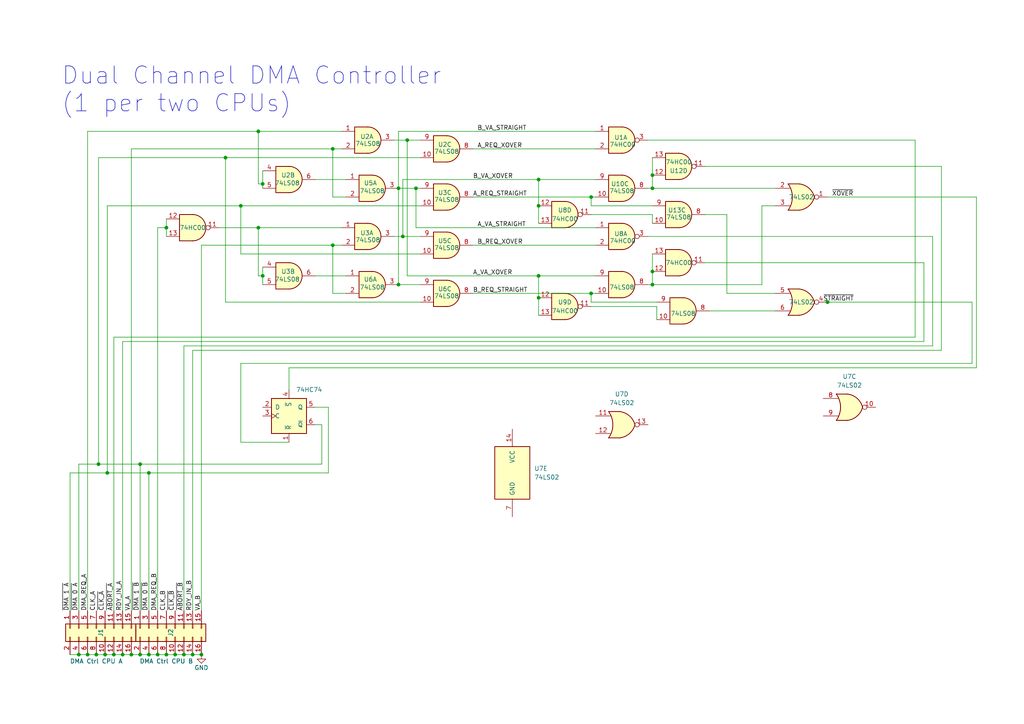
<source format=kicad_sch>
(kicad_sch (version 20211123) (generator eeschema)
  (paper "A4")
  (lib_symbols
    (symbol "74xx:74HC00" (pin_names (offset 1.016))
      (property "Reference" "U" (at 0 1.27 0))
      (property "Value" "74HC00" (at 0 -1.27 0))
      (symbol "74HC00_1_1"
        (arc (start 0 -3.81) (mid 3.81 0) (end 0 3.81) (stroke (width 0.254)) (fill (type background)))
        (polyline (pts (xy 0 3.81) (xy -3.81 3.81) (xy -3.81 -3.81) (xy 0 -3.81)) (stroke (width 0.254)) (fill (type background)))
        (pin input line (at -7.62 2.54 0) (length 3.81) (name "~") (number "1"))
        (pin input line (at -7.62 -2.54 0) (length 3.81) (name "~") (number "2"))
        (pin output inverted (at 7.62 0 180) (length 3.81) (name "~") (number "3"))
      )
      (symbol "74HC00_1_2"
        (arc (start -3.81 -3.81) (mid -2.589 0) (end -3.81 3.81) (stroke (width 0.254)))
        (arc (start -0.6096 -3.81) (mid 2.1842 -2.5851) (end 3.81 0) (stroke (width 0.254)) (fill (type background)))
        (polyline (pts (xy -3.81 -3.81) (xy -0.635 -3.81)) (stroke (width 0.254)) (fill (type background)))
        (polyline (pts (xy -3.81 3.81) (xy -0.635 3.81)) (stroke (width 0.254)) (fill (type background)))
        (polyline (pts (xy -0.635 3.81) (xy -3.81 3.81) (xy -3.81 3.81) (xy -3.556 3.4036) (xy -3.0226 2.2606) (xy -2.6924 1.0414) (xy -2.6162 -0.254) (xy -2.7686 -1.4986) (xy -3.175 -2.7178) (xy -3.81 -3.81) (xy -3.81 -3.81) (xy -0.635 -3.81)) (stroke (width -25.4)) (fill (type background)))
        (arc (start 3.81 0) (mid 2.1915 2.5936) (end -0.6096 3.81) (stroke (width 0.254)) (fill (type background)))
        (pin input inverted (at -7.62 2.54 0) (length 4.318) (name "~") (number "1"))
        (pin input inverted (at -7.62 -2.54 0) (length 4.318) (name "~") (number "2"))
        (pin output line (at 7.62 0 180) (length 3.81) (name "~") (number "3"))
      )
      (symbol "74HC00_2_1"
        (arc (start 0 -3.81) (mid 3.81 0) (end 0 3.81) (stroke (width 0.254)) (fill (type background)))
        (polyline (pts (xy 0 3.81) (xy -3.81 3.81) (xy -3.81 -3.81) (xy 0 -3.81)) (stroke (width 0.254)) (fill (type background)))
        (pin input line (at -7.62 2.54 0) (length 3.81) (name "~") (number "4"))
        (pin input line (at -7.62 -2.54 0) (length 3.81) (name "~") (number "5"))
        (pin output inverted (at 7.62 0 180) (length 3.81) (name "~") (number "6"))
      )
      (symbol "74HC00_2_2"
        (arc (start -3.81 -3.81) (mid -2.589 0) (end -3.81 3.81) (stroke (width 0.254)))
        (arc (start -0.6096 -3.81) (mid 2.1842 -2.5851) (end 3.81 0) (stroke (width 0.254)) (fill (type background)))
        (polyline (pts (xy -3.81 -3.81) (xy -0.635 -3.81)) (stroke (width 0.254)) (fill (type background)))
        (polyline (pts (xy -3.81 3.81) (xy -0.635 3.81)) (stroke (width 0.254)) (fill (type background)))
        (polyline (pts (xy -0.635 3.81) (xy -3.81 3.81) (xy -3.81 3.81) (xy -3.556 3.4036) (xy -3.0226 2.2606) (xy -2.6924 1.0414) (xy -2.6162 -0.254) (xy -2.7686 -1.4986) (xy -3.175 -2.7178) (xy -3.81 -3.81) (xy -3.81 -3.81) (xy -0.635 -3.81)) (stroke (width -25.4)) (fill (type background)))
        (arc (start 3.81 0) (mid 2.1915 2.5936) (end -0.6096 3.81) (stroke (width 0.254)) (fill (type background)))
        (pin input inverted (at -7.62 2.54 0) (length 4.318) (name "~") (number "4"))
        (pin input inverted (at -7.62 -2.54 0) (length 4.318) (name "~") (number "5"))
        (pin output line (at 7.62 0 180) (length 3.81) (name "~") (number "6"))
      )
      (symbol "74HC00_3_1"
        (arc (start 0 -3.81) (mid 3.81 0) (end 0 3.81) (stroke (width 0.254)) (fill (type background)))
        (polyline (pts (xy 0 3.81) (xy -3.81 3.81) (xy -3.81 -3.81) (xy 0 -3.81)) (stroke (width 0.254)) (fill (type background)))
        (pin input line (at -7.62 -2.54 0) (length 3.81) (name "~") (number "10"))
        (pin output inverted (at 7.62 0 180) (length 3.81) (name "~") (number "8"))
        (pin input line (at -7.62 2.54 0) (length 3.81) (name "~") (number "9"))
      )
      (symbol "74HC00_3_2"
        (arc (start -3.81 -3.81) (mid -2.589 0) (end -3.81 3.81) (stroke (width 0.254)))
        (arc (start -0.6096 -3.81) (mid 2.1842 -2.5851) (end 3.81 0) (stroke (width 0.254)) (fill (type background)))
        (polyline (pts (xy -3.81 -3.81) (xy -0.635 -3.81)) (stroke (width 0.254)) (fill (type background)))
        (polyline (pts (xy -3.81 3.81) (xy -0.635 3.81)) (stroke (width 0.254)) (fill (type background)))
        (polyline (pts (xy -0.635 3.81) (xy -3.81 3.81) (xy -3.81 3.81) (xy -3.556 3.4036) (xy -3.0226 2.2606) (xy -2.6924 1.0414) (xy -2.6162 -0.254) (xy -2.7686 -1.4986) (xy -3.175 -2.7178) (xy -3.81 -3.81) (xy -3.81 -3.81) (xy -0.635 -3.81)) (stroke (width -25.4)) (fill (type background)))
        (arc (start 3.81 0) (mid 2.1915 2.5936) (end -0.6096 3.81) (stroke (width 0.254)) (fill (type background)))
        (pin input inverted (at -7.62 -2.54 0) (length 4.318) (name "~") (number "10"))
        (pin output line (at 7.62 0 180) (length 3.81) (name "~") (number "8"))
        (pin input inverted (at -7.62 2.54 0) (length 4.318) (name "~") (number "9"))
      )
      (symbol "74HC00_4_1"
        (arc (start 0 -3.81) (mid 3.81 0) (end 0 3.81) (stroke (width 0.254)) (fill (type background)))
        (polyline (pts (xy 0 3.81) (xy -3.81 3.81) (xy -3.81 -3.81) (xy 0 -3.81)) (stroke (width 0.254)) (fill (type background)))
        (pin output inverted (at 7.62 0 180) (length 3.81) (name "~") (number "11"))
        (pin input line (at -7.62 2.54 0) (length 3.81) (name "~") (number "12"))
        (pin input line (at -7.62 -2.54 0) (length 3.81) (name "~") (number "13"))
      )
      (symbol "74HC00_4_2"
        (arc (start -3.81 -3.81) (mid -2.589 0) (end -3.81 3.81) (stroke (width 0.254)))
        (arc (start -0.6096 -3.81) (mid 2.1842 -2.5851) (end 3.81 0) (stroke (width 0.254)) (fill (type background)))
        (polyline (pts (xy -3.81 -3.81) (xy -0.635 -3.81)) (stroke (width 0.254)) (fill (type background)))
        (polyline (pts (xy -3.81 3.81) (xy -0.635 3.81)) (stroke (width 0.254)) (fill (type background)))
        (polyline (pts (xy -0.635 3.81) (xy -3.81 3.81) (xy -3.81 3.81) (xy -3.556 3.4036) (xy -3.0226 2.2606) (xy -2.6924 1.0414) (xy -2.6162 -0.254) (xy -2.7686 -1.4986) (xy -3.175 -2.7178) (xy -3.81 -3.81) (xy -3.81 -3.81) (xy -0.635 -3.81)) (stroke (width -25.4)) (fill (type background)))
        (arc (start 3.81 0) (mid 2.1915 2.5936) (end -0.6096 3.81) (stroke (width 0.254)) (fill (type background)))
        (pin output line (at 7.62 0 180) (length 3.81) (name "~") (number "11"))
        (pin input inverted (at -7.62 2.54 0) (length 4.318) (name "~") (number "12"))
        (pin input inverted (at -7.62 -2.54 0) (length 4.318) (name "~") (number "13"))
      )
      (symbol "74HC00_5_0"
        (pin power_in line (at 0 12.7 270) (length 5.08) (name "VCC") (number "14"))
        (pin power_in line (at 0 -12.7 90) (length 5.08) (name "GND") (number "7"))
      )
      (symbol "74HC00_5_1"
        (rectangle (start -5.08 7.62) (end 5.08 -7.62) (stroke (width 0.254)) (fill (type background)))
      )
    )
    (symbol "74xx:74HC74" (pin_names (offset 1.016))
      (property "Reference" "U" (at -7.62 8.89 0))
      (property "Value" "74HC74" (at -7.62 -8.89 0))
      (symbol "74HC74_1_0"
        (pin input line (at 0 -7.62 90) (length 2.54) (name "~{R}") (number "1"))
        (pin input line (at -7.62 2.54 0) (length 2.54) (name "D") (number "2"))
        (pin input clock (at -7.62 0 0) (length 2.54) (name "C") (number "3"))
        (pin input line (at 0 7.62 270) (length 2.54) (name "~{S}") (number "4"))
        (pin output line (at 7.62 2.54 180) (length 2.54) (name "Q") (number "5"))
        (pin output line (at 7.62 -2.54 180) (length 2.54) (name "~{Q}") (number "6"))
      )
      (symbol "74HC74_1_1"
        (rectangle (start -5.08 5.08) (end 5.08 -5.08) (stroke (width 0.254)) (fill (type background)))
      )
      (symbol "74HC74_2_0"
        (pin input line (at 0 7.62 270) (length 2.54) (name "~{S}") (number "10"))
        (pin input clock (at -7.62 0 0) (length 2.54) (name "C") (number "11"))
        (pin input line (at -7.62 2.54 0) (length 2.54) (name "D") (number "12"))
        (pin input line (at 0 -7.62 90) (length 2.54) (name "~{R}") (number "13"))
        (pin output line (at 7.62 -2.54 180) (length 2.54) (name "~{Q}") (number "8"))
        (pin output line (at 7.62 2.54 180) (length 2.54) (name "Q") (number "9"))
      )
      (symbol "74HC74_2_1"
        (rectangle (start -5.08 5.08) (end 5.08 -5.08) (stroke (width 0.254)) (fill (type background)))
      )
      (symbol "74HC74_3_0"
        (pin power_in line (at 0 10.16 270) (length 2.54) (name "VCC") (number "14"))
        (pin power_in line (at 0 -10.16 90) (length 2.54) (name "GND") (number "7"))
      )
      (symbol "74HC74_3_1"
        (rectangle (start -5.08 7.62) (end 5.08 -7.62) (stroke (width 0.254)) (fill (type background)))
      )
    )
    (symbol "74xx:74LS02" (pin_names (offset 1.016))
      (property "Reference" "U" (at 0 1.27 0))
      (property "Value" "74LS02" (at 0 -1.27 0))
      (symbol "74LS02_1_1"
        (arc (start -3.81 -3.81) (mid -2.589 0) (end -3.81 3.81) (stroke (width 0.254)))
        (arc (start -0.6096 -3.81) (mid 2.1842 -2.5851) (end 3.81 0) (stroke (width 0.254)) (fill (type background)))
        (polyline (pts (xy -3.81 -3.81) (xy -0.635 -3.81)) (stroke (width 0.254)) (fill (type background)))
        (polyline (pts (xy -3.81 3.81) (xy -0.635 3.81)) (stroke (width 0.254)) (fill (type background)))
        (polyline (pts (xy -0.635 3.81) (xy -3.81 3.81) (xy -3.81 3.81) (xy -3.556 3.4036) (xy -3.0226 2.2606) (xy -2.6924 1.0414) (xy -2.6162 -0.254) (xy -2.7686 -1.4986) (xy -3.175 -2.7178) (xy -3.81 -3.81) (xy -3.81 -3.81) (xy -0.635 -3.81)) (stroke (width -25.4)) (fill (type background)))
        (arc (start 3.81 0) (mid 2.1915 2.5936) (end -0.6096 3.81) (stroke (width 0.254)) (fill (type background)))
        (pin output inverted (at 7.62 0 180) (length 3.81) (name "~") (number "1"))
        (pin input line (at -7.62 2.54 0) (length 4.318) (name "~") (number "2"))
        (pin input line (at -7.62 -2.54 0) (length 4.318) (name "~") (number "3"))
      )
      (symbol "74LS02_1_2"
        (arc (start 0 -3.81) (mid 3.81 0) (end 0 3.81) (stroke (width 0.254)) (fill (type background)))
        (polyline (pts (xy 0 3.81) (xy -3.81 3.81) (xy -3.81 -3.81) (xy 0 -3.81)) (stroke (width 0.254)) (fill (type background)))
        (pin output line (at 7.62 0 180) (length 3.81) (name "~") (number "1"))
        (pin input inverted (at -7.62 2.54 0) (length 3.81) (name "~") (number "2"))
        (pin input inverted (at -7.62 -2.54 0) (length 3.81) (name "~") (number "3"))
      )
      (symbol "74LS02_2_1"
        (arc (start -3.81 -3.81) (mid -2.589 0) (end -3.81 3.81) (stroke (width 0.254)))
        (arc (start -0.6096 -3.81) (mid 2.1842 -2.5851) (end 3.81 0) (stroke (width 0.254)) (fill (type background)))
        (polyline (pts (xy -3.81 -3.81) (xy -0.635 -3.81)) (stroke (width 0.254)) (fill (type background)))
        (polyline (pts (xy -3.81 3.81) (xy -0.635 3.81)) (stroke (width 0.254)) (fill (type background)))
        (polyline (pts (xy -0.635 3.81) (xy -3.81 3.81) (xy -3.81 3.81) (xy -3.556 3.4036) (xy -3.0226 2.2606) (xy -2.6924 1.0414) (xy -2.6162 -0.254) (xy -2.7686 -1.4986) (xy -3.175 -2.7178) (xy -3.81 -3.81) (xy -3.81 -3.81) (xy -0.635 -3.81)) (stroke (width -25.4)) (fill (type background)))
        (arc (start 3.81 0) (mid 2.1915 2.5936) (end -0.6096 3.81) (stroke (width 0.254)) (fill (type background)))
        (pin output inverted (at 7.62 0 180) (length 3.81) (name "~") (number "4"))
        (pin input line (at -7.62 2.54 0) (length 4.318) (name "~") (number "5"))
        (pin input line (at -7.62 -2.54 0) (length 4.318) (name "~") (number "6"))
      )
      (symbol "74LS02_2_2"
        (arc (start 0 -3.81) (mid 3.81 0) (end 0 3.81) (stroke (width 0.254)) (fill (type background)))
        (polyline (pts (xy 0 3.81) (xy -3.81 3.81) (xy -3.81 -3.81) (xy 0 -3.81)) (stroke (width 0.254)) (fill (type background)))
        (pin output line (at 7.62 0 180) (length 3.81) (name "~") (number "4"))
        (pin input inverted (at -7.62 2.54 0) (length 3.81) (name "~") (number "5"))
        (pin input inverted (at -7.62 -2.54 0) (length 3.81) (name "~") (number "6"))
      )
      (symbol "74LS02_3_1"
        (arc (start -3.81 -3.81) (mid -2.589 0) (end -3.81 3.81) (stroke (width 0.254)))
        (arc (start -0.6096 -3.81) (mid 2.1842 -2.5851) (end 3.81 0) (stroke (width 0.254)) (fill (type background)))
        (polyline (pts (xy -3.81 -3.81) (xy -0.635 -3.81)) (stroke (width 0.254)) (fill (type background)))
        (polyline (pts (xy -3.81 3.81) (xy -0.635 3.81)) (stroke (width 0.254)) (fill (type background)))
        (polyline (pts (xy -0.635 3.81) (xy -3.81 3.81) (xy -3.81 3.81) (xy -3.556 3.4036) (xy -3.0226 2.2606) (xy -2.6924 1.0414) (xy -2.6162 -0.254) (xy -2.7686 -1.4986) (xy -3.175 -2.7178) (xy -3.81 -3.81) (xy -3.81 -3.81) (xy -0.635 -3.81)) (stroke (width -25.4)) (fill (type background)))
        (arc (start 3.81 0) (mid 2.1915 2.5936) (end -0.6096 3.81) (stroke (width 0.254)) (fill (type background)))
        (pin output inverted (at 7.62 0 180) (length 3.81) (name "~") (number "10"))
        (pin input line (at -7.62 2.54 0) (length 4.318) (name "~") (number "8"))
        (pin input line (at -7.62 -2.54 0) (length 4.318) (name "~") (number "9"))
      )
      (symbol "74LS02_3_2"
        (arc (start 0 -3.81) (mid 3.81 0) (end 0 3.81) (stroke (width 0.254)) (fill (type background)))
        (polyline (pts (xy 0 3.81) (xy -3.81 3.81) (xy -3.81 -3.81) (xy 0 -3.81)) (stroke (width 0.254)) (fill (type background)))
        (pin output line (at 7.62 0 180) (length 3.81) (name "~") (number "10"))
        (pin input inverted (at -7.62 2.54 0) (length 3.81) (name "~") (number "8"))
        (pin input inverted (at -7.62 -2.54 0) (length 3.81) (name "~") (number "9"))
      )
      (symbol "74LS02_4_1"
        (arc (start -3.81 -3.81) (mid -2.589 0) (end -3.81 3.81) (stroke (width 0.254)))
        (arc (start -0.6096 -3.81) (mid 2.1842 -2.5851) (end 3.81 0) (stroke (width 0.254)) (fill (type background)))
        (polyline (pts (xy -3.81 -3.81) (xy -0.635 -3.81)) (stroke (width 0.254)) (fill (type background)))
        (polyline (pts (xy -3.81 3.81) (xy -0.635 3.81)) (stroke (width 0.254)) (fill (type background)))
        (polyline (pts (xy -0.635 3.81) (xy -3.81 3.81) (xy -3.81 3.81) (xy -3.556 3.4036) (xy -3.0226 2.2606) (xy -2.6924 1.0414) (xy -2.6162 -0.254) (xy -2.7686 -1.4986) (xy -3.175 -2.7178) (xy -3.81 -3.81) (xy -3.81 -3.81) (xy -0.635 -3.81)) (stroke (width -25.4)) (fill (type background)))
        (arc (start 3.81 0) (mid 2.1915 2.5936) (end -0.6096 3.81) (stroke (width 0.254)) (fill (type background)))
        (pin input line (at -7.62 2.54 0) (length 4.318) (name "~") (number "11"))
        (pin input line (at -7.62 -2.54 0) (length 4.318) (name "~") (number "12"))
        (pin output inverted (at 7.62 0 180) (length 3.81) (name "~") (number "13"))
      )
      (symbol "74LS02_4_2"
        (arc (start 0 -3.81) (mid 3.81 0) (end 0 3.81) (stroke (width 0.254)) (fill (type background)))
        (polyline (pts (xy 0 3.81) (xy -3.81 3.81) (xy -3.81 -3.81) (xy 0 -3.81)) (stroke (width 0.254)) (fill (type background)))
        (pin input inverted (at -7.62 2.54 0) (length 3.81) (name "~") (number "11"))
        (pin input inverted (at -7.62 -2.54 0) (length 3.81) (name "~") (number "12"))
        (pin output line (at 7.62 0 180) (length 3.81) (name "~") (number "13"))
      )
      (symbol "74LS02_5_0"
        (pin power_in line (at 0 12.7 270) (length 5.08) (name "VCC") (number "14"))
        (pin power_in line (at 0 -12.7 90) (length 5.08) (name "GND") (number "7"))
      )
      (symbol "74LS02_5_1"
        (rectangle (start -5.08 7.62) (end 5.08 -7.62) (stroke (width 0.254)) (fill (type background)))
      )
    )
    (symbol "74xx:74LS08" (pin_names (offset 1.016))
      (property "Reference" "U" (at 0 1.27 0))
      (property "Value" "74LS08" (at 0 -1.27 0))
      (symbol "74LS08_1_1"
        (arc (start 0 -3.81) (mid 3.81 0) (end 0 3.81) (stroke (width 0.254)) (fill (type background)))
        (polyline (pts (xy 0 3.81) (xy -3.81 3.81) (xy -3.81 -3.81) (xy 0 -3.81)) (stroke (width 0.254)) (fill (type background)))
        (pin input line (at -7.62 2.54 0) (length 3.81) (name "~") (number "1"))
        (pin input line (at -7.62 -2.54 0) (length 3.81) (name "~") (number "2"))
        (pin output line (at 7.62 0 180) (length 3.81) (name "~") (number "3"))
      )
      (symbol "74LS08_1_2"
        (arc (start -3.81 -3.81) (mid -2.589 0) (end -3.81 3.81) (stroke (width 0.254)))
        (arc (start -0.6096 -3.81) (mid 2.1842 -2.5851) (end 3.81 0) (stroke (width 0.254)) (fill (type background)))
        (polyline (pts (xy -3.81 -3.81) (xy -0.635 -3.81)) (stroke (width 0.254)) (fill (type background)))
        (polyline (pts (xy -3.81 3.81) (xy -0.635 3.81)) (stroke (width 0.254)) (fill (type background)))
        (polyline (pts (xy -0.635 3.81) (xy -3.81 3.81) (xy -3.81 3.81) (xy -3.556 3.4036) (xy -3.0226 2.2606) (xy -2.6924 1.0414) (xy -2.6162 -0.254) (xy -2.7686 -1.4986) (xy -3.175 -2.7178) (xy -3.81 -3.81) (xy -3.81 -3.81) (xy -0.635 -3.81)) (stroke (width -25.4)) (fill (type background)))
        (arc (start 3.81 0) (mid 2.1915 2.5936) (end -0.6096 3.81) (stroke (width 0.254)) (fill (type background)))
        (pin input inverted (at -7.62 2.54 0) (length 4.318) (name "~") (number "1"))
        (pin input inverted (at -7.62 -2.54 0) (length 4.318) (name "~") (number "2"))
        (pin output inverted (at 7.62 0 180) (length 3.81) (name "~") (number "3"))
      )
      (symbol "74LS08_2_1"
        (arc (start 0 -3.81) (mid 3.81 0) (end 0 3.81) (stroke (width 0.254)) (fill (type background)))
        (polyline (pts (xy 0 3.81) (xy -3.81 3.81) (xy -3.81 -3.81) (xy 0 -3.81)) (stroke (width 0.254)) (fill (type background)))
        (pin input line (at -7.62 2.54 0) (length 3.81) (name "~") (number "4"))
        (pin input line (at -7.62 -2.54 0) (length 3.81) (name "~") (number "5"))
        (pin output line (at 7.62 0 180) (length 3.81) (name "~") (number "6"))
      )
      (symbol "74LS08_2_2"
        (arc (start -3.81 -3.81) (mid -2.589 0) (end -3.81 3.81) (stroke (width 0.254)))
        (arc (start -0.6096 -3.81) (mid 2.1842 -2.5851) (end 3.81 0) (stroke (width 0.254)) (fill (type background)))
        (polyline (pts (xy -3.81 -3.81) (xy -0.635 -3.81)) (stroke (width 0.254)) (fill (type background)))
        (polyline (pts (xy -3.81 3.81) (xy -0.635 3.81)) (stroke (width 0.254)) (fill (type background)))
        (polyline (pts (xy -0.635 3.81) (xy -3.81 3.81) (xy -3.81 3.81) (xy -3.556 3.4036) (xy -3.0226 2.2606) (xy -2.6924 1.0414) (xy -2.6162 -0.254) (xy -2.7686 -1.4986) (xy -3.175 -2.7178) (xy -3.81 -3.81) (xy -3.81 -3.81) (xy -0.635 -3.81)) (stroke (width -25.4)) (fill (type background)))
        (arc (start 3.81 0) (mid 2.1915 2.5936) (end -0.6096 3.81) (stroke (width 0.254)) (fill (type background)))
        (pin input inverted (at -7.62 2.54 0) (length 4.318) (name "~") (number "4"))
        (pin input inverted (at -7.62 -2.54 0) (length 4.318) (name "~") (number "5"))
        (pin output inverted (at 7.62 0 180) (length 3.81) (name "~") (number "6"))
      )
      (symbol "74LS08_3_1"
        (arc (start 0 -3.81) (mid 3.81 0) (end 0 3.81) (stroke (width 0.254)) (fill (type background)))
        (polyline (pts (xy 0 3.81) (xy -3.81 3.81) (xy -3.81 -3.81) (xy 0 -3.81)) (stroke (width 0.254)) (fill (type background)))
        (pin input line (at -7.62 -2.54 0) (length 3.81) (name "~") (number "10"))
        (pin output line (at 7.62 0 180) (length 3.81) (name "~") (number "8"))
        (pin input line (at -7.62 2.54 0) (length 3.81) (name "~") (number "9"))
      )
      (symbol "74LS08_3_2"
        (arc (start -3.81 -3.81) (mid -2.589 0) (end -3.81 3.81) (stroke (width 0.254)))
        (arc (start -0.6096 -3.81) (mid 2.1842 -2.5851) (end 3.81 0) (stroke (width 0.254)) (fill (type background)))
        (polyline (pts (xy -3.81 -3.81) (xy -0.635 -3.81)) (stroke (width 0.254)) (fill (type background)))
        (polyline (pts (xy -3.81 3.81) (xy -0.635 3.81)) (stroke (width 0.254)) (fill (type background)))
        (polyline (pts (xy -0.635 3.81) (xy -3.81 3.81) (xy -3.81 3.81) (xy -3.556 3.4036) (xy -3.0226 2.2606) (xy -2.6924 1.0414) (xy -2.6162 -0.254) (xy -2.7686 -1.4986) (xy -3.175 -2.7178) (xy -3.81 -3.81) (xy -3.81 -3.81) (xy -0.635 -3.81)) (stroke (width -25.4)) (fill (type background)))
        (arc (start 3.81 0) (mid 2.1915 2.5936) (end -0.6096 3.81) (stroke (width 0.254)) (fill (type background)))
        (pin input inverted (at -7.62 -2.54 0) (length 4.318) (name "~") (number "10"))
        (pin output inverted (at 7.62 0 180) (length 3.81) (name "~") (number "8"))
        (pin input inverted (at -7.62 2.54 0) (length 4.318) (name "~") (number "9"))
      )
      (symbol "74LS08_4_1"
        (arc (start 0 -3.81) (mid 3.81 0) (end 0 3.81) (stroke (width 0.254)) (fill (type background)))
        (polyline (pts (xy 0 3.81) (xy -3.81 3.81) (xy -3.81 -3.81) (xy 0 -3.81)) (stroke (width 0.254)) (fill (type background)))
        (pin output line (at 7.62 0 180) (length 3.81) (name "~") (number "11"))
        (pin input line (at -7.62 2.54 0) (length 3.81) (name "~") (number "12"))
        (pin input line (at -7.62 -2.54 0) (length 3.81) (name "~") (number "13"))
      )
      (symbol "74LS08_4_2"
        (arc (start -3.81 -3.81) (mid -2.589 0) (end -3.81 3.81) (stroke (width 0.254)))
        (arc (start -0.6096 -3.81) (mid 2.1842 -2.5851) (end 3.81 0) (stroke (width 0.254)) (fill (type background)))
        (polyline (pts (xy -3.81 -3.81) (xy -0.635 -3.81)) (stroke (width 0.254)) (fill (type background)))
        (polyline (pts (xy -3.81 3.81) (xy -0.635 3.81)) (stroke (width 0.254)) (fill (type background)))
        (polyline (pts (xy -0.635 3.81) (xy -3.81 3.81) (xy -3.81 3.81) (xy -3.556 3.4036) (xy -3.0226 2.2606) (xy -2.6924 1.0414) (xy -2.6162 -0.254) (xy -2.7686 -1.4986) (xy -3.175 -2.7178) (xy -3.81 -3.81) (xy -3.81 -3.81) (xy -0.635 -3.81)) (stroke (width -25.4)) (fill (type background)))
        (arc (start 3.81 0) (mid 2.1915 2.5936) (end -0.6096 3.81) (stroke (width 0.254)) (fill (type background)))
        (pin output inverted (at 7.62 0 180) (length 3.81) (name "~") (number "11"))
        (pin input inverted (at -7.62 2.54 0) (length 4.318) (name "~") (number "12"))
        (pin input inverted (at -7.62 -2.54 0) (length 4.318) (name "~") (number "13"))
      )
      (symbol "74LS08_5_0"
        (pin power_in line (at 0 12.7 270) (length 5.08) (name "VCC") (number "14"))
        (pin power_in line (at 0 -12.7 90) (length 5.08) (name "GND") (number "7"))
      )
      (symbol "74LS08_5_1"
        (rectangle (start -5.08 7.62) (end 5.08 -7.62) (stroke (width 0.254)) (fill (type background)))
      )
    )
    (symbol "Connector_Generic:Conn_02x08_Odd_Even" (pin_names (offset 1.016) hide)
      (property "Reference" "J" (at 1.27 10.16 0))
      (property "Value" "Conn_02x08_Odd_Even" (at 1.27 -12.7 0))
      (symbol "Conn_02x08_Odd_Even_1_1"
        (rectangle (start -1.27 -10.033) (end 0 -10.287) (stroke (width 0.1524)))
        (rectangle (start -1.27 -7.493) (end 0 -7.747) (stroke (width 0.1524)))
        (rectangle (start -1.27 -4.953) (end 0 -5.207) (stroke (width 0.1524)))
        (rectangle (start -1.27 -2.413) (end 0 -2.667) (stroke (width 0.1524)))
        (rectangle (start -1.27 0.127) (end 0 -0.127) (stroke (width 0.1524)))
        (rectangle (start -1.27 2.667) (end 0 2.413) (stroke (width 0.1524)))
        (rectangle (start -1.27 5.207) (end 0 4.953) (stroke (width 0.1524)))
        (rectangle (start -1.27 7.747) (end 0 7.493) (stroke (width 0.1524)))
        (rectangle (start -1.27 8.89) (end 3.81 -11.43) (stroke (width 0.254)) (fill (type background)))
        (rectangle (start 3.81 -10.033) (end 2.54 -10.287) (stroke (width 0.1524)))
        (rectangle (start 3.81 -7.493) (end 2.54 -7.747) (stroke (width 0.1524)))
        (rectangle (start 3.81 -4.953) (end 2.54 -5.207) (stroke (width 0.1524)))
        (rectangle (start 3.81 -2.413) (end 2.54 -2.667) (stroke (width 0.1524)))
        (rectangle (start 3.81 0.127) (end 2.54 -0.127) (stroke (width 0.1524)))
        (rectangle (start 3.81 2.667) (end 2.54 2.413) (stroke (width 0.1524)))
        (rectangle (start 3.81 5.207) (end 2.54 4.953) (stroke (width 0.1524)))
        (rectangle (start 3.81 7.747) (end 2.54 7.493) (stroke (width 0.1524)))
        (pin passive line (at -5.08 7.62 0) (length 3.81) (name "Pin_1") (number "1"))
        (pin passive line (at 7.62 -2.54 180) (length 3.81) (name "Pin_10") (number "10"))
        (pin passive line (at -5.08 -5.08 0) (length 3.81) (name "Pin_11") (number "11"))
        (pin passive line (at 7.62 -5.08 180) (length 3.81) (name "Pin_12") (number "12"))
        (pin passive line (at -5.08 -7.62 0) (length 3.81) (name "Pin_13") (number "13"))
        (pin passive line (at 7.62 -7.62 180) (length 3.81) (name "Pin_14") (number "14"))
        (pin passive line (at -5.08 -10.16 0) (length 3.81) (name "Pin_15") (number "15"))
        (pin passive line (at 7.62 -10.16 180) (length 3.81) (name "Pin_16") (number "16"))
        (pin passive line (at 7.62 7.62 180) (length 3.81) (name "Pin_2") (number "2"))
        (pin passive line (at -5.08 5.08 0) (length 3.81) (name "Pin_3") (number "3"))
        (pin passive line (at 7.62 5.08 180) (length 3.81) (name "Pin_4") (number "4"))
        (pin passive line (at -5.08 2.54 0) (length 3.81) (name "Pin_5") (number "5"))
        (pin passive line (at 7.62 2.54 180) (length 3.81) (name "Pin_6") (number "6"))
        (pin passive line (at -5.08 0 0) (length 3.81) (name "Pin_7") (number "7"))
        (pin passive line (at 7.62 0 180) (length 3.81) (name "Pin_8") (number "8"))
        (pin passive line (at -5.08 -2.54 0) (length 3.81) (name "Pin_9") (number "9"))
      )
    )
    (symbol "GND_2" (power) (pin_names (offset 0))
      (property "Value" "GND_2" (at 0 -3.81 0))
      (symbol "GND_2_0_1"
        (polyline (pts (xy 0 0) (xy 0 -1.27) (xy 1.27 -1.27) (xy 0 -2.54) (xy -1.27 -1.27) (xy 0 -1.27)))
      )
      (symbol "GND_2_1_1"
        (pin power_in line (at 0 0 270) (length 0) hide (name "GND") (number "1"))
      )
    )
  )
  (junction (at 48.26 189.865))
  (junction (at 33.02 189.865))
  (junction (at 74.93 38.1))
  (junction (at 189.23 54.61))
  (junction (at 43.18 189.865))
  (junction (at 27.94 189.865))
  (junction (at 30.48 189.865))
  (junction (at 120.65 54.61))
  (junction (at 53.34 189.865))
  (junction (at 240.03 87.63))
  (junction (at 22.86 189.865))
  (junction (at 65.405 45.72))
  (junction (at 96.52 43.18))
  (junction (at 40.64 134.62))
  (junction (at 116.84 68.58))
  (junction (at 171.45 85.09))
  (junction (at 31.115 137.16))
  (junction (at 28.575 134.62))
  (junction (at 45.72 189.865))
  (junction (at 35.56 189.865))
  (junction (at 43.18 137.16))
  (junction (at 76.2 80.01))
  (junction (at 189.23 78.74))
  (junction (at 40.64 189.865))
  (junction (at 156.21 59.69))
  (junction (at 25.4 189.865))
  (junction (at 115.57 82.55))
  (junction (at 171.45 57.15))
  (junction (at 74.93 66.04))
  (junction (at 38.1 189.865))
  (junction (at 189.23 50.8))
  (junction (at 55.88 189.865))
  (junction (at 115.57 54.61))
  (junction (at 118.11 40.64))
  (junction (at 96.52 71.12))
  (junction (at 58.42 189.865))
  (junction (at 48.26 66.04))
  (junction (at 189.23 82.55))
  (junction (at 69.85 59.69))
  (junction (at 156.21 80.01))
  (junction (at 50.8 189.865))
  (junction (at 156.21 52.07))
  (junction (at 76.2 53.34))
  (junction (at 156.21 86.36))
  (wire (pts (xy 118.11 40.64) (xy 118.11 80.01)))
  (wire (pts (xy 25.4 38.1) (xy 74.93 38.1)))
  (wire (pts (xy 74.93 38.1) (xy 99.06 38.1)))
  (wire (pts (xy 69.85 105.41) (xy 281.94 105.41)))
  (wire (pts (xy 28.575 134.62) (xy 40.64 134.62)))
  (wire (pts (xy 137.16 43.18) (xy 172.72 43.18)))
  (wire (pts (xy 172.72 52.07) (xy 156.21 52.07)))
  (wire (pts (xy 76.2 77.47) (xy 76.2 80.01)))
  (wire (pts (xy 100.33 57.15) (xy 96.52 57.15)))
  (wire (pts (xy 189.23 54.61) (xy 224.79 54.61)))
  (wire (pts (xy 65.405 45.72) (xy 121.92 45.72)))
  (wire (pts (xy 74.93 66.04) (xy 74.93 80.01)))
  (wire (pts (xy 38.1 43.18) (xy 96.52 43.18)))
  (wire (pts (xy 171.45 57.15) (xy 172.72 57.15)))
  (wire (pts (xy 267.97 76.2) (xy 267.97 99.06)))
  (wire (pts (xy 40.64 134.62) (xy 40.64 177.165)))
  (wire (pts (xy 74.93 80.01) (xy 76.2 80.01)))
  (wire (pts (xy 100.33 85.09) (xy 96.52 85.09)))
  (wire (pts (xy 83.82 128.27) (xy 69.85 128.27)))
  (wire (pts (xy 210.82 62.23) (xy 210.82 85.09)))
  (wire (pts (xy 31.115 59.69) (xy 69.85 59.69)))
  (wire (pts (xy 204.47 62.23) (xy 210.82 62.23)))
  (wire (pts (xy 115.57 38.1) (xy 115.57 54.61)))
  (wire (pts (xy 96.52 43.18) (xy 96.52 57.15)))
  (wire (pts (xy 187.96 54.61) (xy 189.23 54.61)))
  (wire (pts (xy 58.42 71.12) (xy 96.52 71.12)))
  (wire (pts (xy 121.92 82.55) (xy 115.57 82.55)))
  (wire (pts (xy 91.44 118.11) (xy 95.25 118.11)))
  (wire (pts (xy 189.23 73.66) (xy 189.23 78.74)))
  (wire (pts (xy 265.43 40.64) (xy 265.43 97.79)))
  (wire (pts (xy 95.25 118.11) (xy 95.25 137.16)))
  (wire (pts (xy 187.96 68.58) (xy 270.51 68.58)))
  (wire (pts (xy 33.02 189.865) (xy 35.56 189.865)))
  (wire (pts (xy 171.45 57.15) (xy 171.45 59.69)))
  (wire (pts (xy 43.18 137.16) (xy 43.18 177.165)))
  (wire (pts (xy 121.92 40.64) (xy 118.11 40.64)))
  (wire (pts (xy 137.16 85.09) (xy 171.45 85.09)))
  (wire (pts (xy 120.65 54.61) (xy 120.65 66.04)))
  (wire (pts (xy 273.05 48.26) (xy 273.05 101.6)))
  (wire (pts (xy 189.23 62.23) (xy 189.23 64.77)))
  (wire (pts (xy 220.98 59.69) (xy 220.98 82.55)))
  (wire (pts (xy 171.45 85.09) (xy 172.72 85.09)))
  (wire (pts (xy 137.16 71.12) (xy 172.72 71.12)))
  (wire (pts (xy 190.5 87.63) (xy 171.45 87.63)))
  (wire (pts (xy 22.86 134.62) (xy 28.575 134.62)))
  (wire (pts (xy 31.115 137.16) (xy 43.18 137.16)))
  (wire (pts (xy 270.51 68.58) (xy 270.51 100.33)))
  (wire (pts (xy 118.11 40.64) (xy 114.3 40.64)))
  (wire (pts (xy 35.56 189.865) (xy 38.1 189.865)))
  (wire (pts (xy 96.52 43.18) (xy 99.06 43.18)))
  (wire (pts (xy 28.575 45.72) (xy 65.405 45.72)))
  (wire (pts (xy 91.44 52.07) (xy 100.33 52.07)))
  (wire (pts (xy 156.21 52.07) (xy 156.21 59.69)))
  (wire (pts (xy 55.88 101.6) (xy 55.88 177.165)))
  (wire (pts (xy 121.92 54.61) (xy 120.65 54.61)))
  (wire (pts (xy 38.1 43.18) (xy 38.1 177.165)))
  (wire (pts (xy 187.96 40.64) (xy 265.43 40.64)))
  (wire (pts (xy 281.94 105.41) (xy 281.94 87.63)))
  (wire (pts (xy 35.56 99.06) (xy 35.56 177.165)))
  (wire (pts (xy 74.93 38.1) (xy 74.93 53.34)))
  (wire (pts (xy 43.18 137.16) (xy 95.25 137.16)))
  (wire (pts (xy 172.72 38.1) (xy 115.57 38.1)))
  (wire (pts (xy 40.64 189.865) (xy 43.18 189.865)))
  (wire (pts (xy 281.94 87.63) (xy 240.03 87.63)))
  (wire (pts (xy 189.23 59.69) (xy 171.45 59.69)))
  (wire (pts (xy 267.97 99.06) (xy 35.56 99.06)))
  (wire (pts (xy 74.93 66.04) (xy 99.06 66.04)))
  (wire (pts (xy 93.345 123.19) (xy 93.345 134.62)))
  (wire (pts (xy 156.21 52.07) (xy 116.84 52.07)))
  (wire (pts (xy 189.23 82.55) (xy 187.96 82.55)))
  (wire (pts (xy 189.23 82.55) (xy 220.98 82.55)))
  (wire (pts (xy 115.57 54.61) (xy 115.57 82.55)))
  (wire (pts (xy 171.45 85.09) (xy 171.45 87.63)))
  (wire (pts (xy 50.8 189.865) (xy 53.34 189.865)))
  (wire (pts (xy 53.34 189.865) (xy 55.88 189.865)))
  (wire (pts (xy 43.18 189.865) (xy 45.72 189.865)))
  (wire (pts (xy 76.2 53.34) (xy 76.2 54.61)))
  (wire (pts (xy 65.405 45.72) (xy 65.405 87.63)))
  (wire (pts (xy 270.51 100.33) (xy 53.34 100.33)))
  (wire (pts (xy 240.03 57.15) (xy 283.21 57.15)))
  (wire (pts (xy 40.64 134.62) (xy 93.345 134.62)))
  (wire (pts (xy 96.52 71.12) (xy 96.52 85.09)))
  (wire (pts (xy 20.32 189.865) (xy 22.86 189.865)))
  (wire (pts (xy 283.21 106.68) (xy 283.21 57.15)))
  (wire (pts (xy 156.21 80.01) (xy 172.72 80.01)))
  (wire (pts (xy 96.52 71.12) (xy 99.06 71.12)))
  (wire (pts (xy 189.23 50.8) (xy 189.23 54.61)))
  (wire (pts (xy 48.26 63.5) (xy 48.26 66.04)))
  (wire (pts (xy 20.32 137.16) (xy 31.115 137.16)))
  (wire (pts (xy 25.4 189.865) (xy 27.94 189.865)))
  (wire (pts (xy 137.16 57.15) (xy 171.45 57.15)))
  (wire (pts (xy 55.88 189.865) (xy 58.42 189.865)))
  (wire (pts (xy 53.34 100.33) (xy 53.34 177.165)))
  (wire (pts (xy 33.02 97.79) (xy 33.02 177.165)))
  (wire (pts (xy 69.85 73.66) (xy 121.92 73.66)))
  (wire (pts (xy 27.94 189.865) (xy 30.48 189.865)))
  (wire (pts (xy 220.98 59.69) (xy 224.79 59.69)))
  (wire (pts (xy 58.42 71.12) (xy 58.42 177.165)))
  (wire (pts (xy 63.5 66.04) (xy 74.93 66.04)))
  (wire (pts (xy 156.21 80.01) (xy 156.21 86.36)))
  (wire (pts (xy 31.115 59.69) (xy 31.115 137.16)))
  (wire (pts (xy 83.82 106.68) (xy 283.21 106.68)))
  (wire (pts (xy 189.23 45.72) (xy 189.23 50.8)))
  (wire (pts (xy 189.23 78.74) (xy 189.23 82.55)))
  (wire (pts (xy 83.82 113.03) (xy 83.82 106.68)))
  (wire (pts (xy 204.47 76.2) (xy 267.97 76.2)))
  (wire (pts (xy 48.26 189.865) (xy 50.8 189.865)))
  (wire (pts (xy 28.575 45.72) (xy 28.575 134.62)))
  (wire (pts (xy 121.92 68.58) (xy 116.84 68.58)))
  (wire (pts (xy 120.65 66.04) (xy 172.72 66.04)))
  (wire (pts (xy 76.2 80.01) (xy 76.2 82.55)))
  (wire (pts (xy 22.86 189.865) (xy 25.4 189.865)))
  (wire (pts (xy 205.74 90.17) (xy 224.79 90.17)))
  (wire (pts (xy 190.5 88.9) (xy 190.5 92.71)))
  (wire (pts (xy 22.86 134.62) (xy 22.86 177.165)))
  (wire (pts (xy 91.44 80.01) (xy 100.33 80.01)))
  (wire (pts (xy 171.45 62.23) (xy 189.23 62.23)))
  (wire (pts (xy 45.72 66.04) (xy 48.26 66.04)))
  (wire (pts (xy 38.1 189.865) (xy 40.64 189.865)))
  (wire (pts (xy 210.82 85.09) (xy 224.79 85.09)))
  (wire (pts (xy 69.85 59.69) (xy 121.92 59.69)))
  (wire (pts (xy 265.43 97.79) (xy 33.02 97.79)))
  (wire (pts (xy 76.2 49.53) (xy 76.2 53.34)))
  (wire (pts (xy 156.21 59.69) (xy 156.21 64.77)))
  (wire (pts (xy 20.32 177.165) (xy 20.32 137.16)))
  (wire (pts (xy 156.21 86.36) (xy 156.21 91.44)))
  (wire (pts (xy 25.4 38.1) (xy 25.4 177.165)))
  (wire (pts (xy 65.405 87.63) (xy 121.92 87.63)))
  (wire (pts (xy 48.26 66.04) (xy 48.26 68.58)))
  (wire (pts (xy 118.11 80.01) (xy 156.21 80.01)))
  (wire (pts (xy 45.72 66.04) (xy 45.72 177.165)))
  (wire (pts (xy 116.84 52.07) (xy 116.84 68.58)))
  (wire (pts (xy 120.65 54.61) (xy 115.57 54.61)))
  (wire (pts (xy 74.93 53.34) (xy 76.2 53.34)))
  (wire (pts (xy 273.05 101.6) (xy 55.88 101.6)))
  (wire (pts (xy 30.48 189.865) (xy 33.02 189.865)))
  (wire (pts (xy 45.72 189.865) (xy 48.26 189.865)))
  (wire (pts (xy 171.45 88.9) (xy 190.5 88.9)))
  (wire (pts (xy 238.76 87.63) (xy 240.03 87.63)))
  (wire (pts (xy 204.47 48.26) (xy 273.05 48.26)))
  (wire (pts (xy 116.84 68.58) (xy 114.3 68.58)))
  (wire (pts (xy 69.85 59.69) (xy 69.85 73.66)))
  (wire (pts (xy 69.85 128.27) (xy 69.85 105.41)))
  (wire (pts (xy 91.44 123.19) (xy 93.345 123.19)))
  (text "Dual Channel DMA Controller\n(1 per two CPUs)" (at 17.78 33.02 0) (effects (font (size 5 5)) (justify left bottom)))
  (label "DMA_REQ_B" (at 45.72 177.165 90))
  (label "A_REQ_XOVER" (at 138.43 43.18 0))
  (label "A_VA_XOVER" (at 137.16 80.01 0))
  (label "B_REQ_XOVER" (at 138.43 71.12 0))
  (label "RDY_IN_A" (at 35.56 177.165 90))
  (label "VA_A" (at 38.1 177.165 90))
  (label "RDY_IN_B" (at 55.88 177.165 90))
  (label "~{DMA 1 A}" (at 20.32 177.165 90))
  (label "B_REQ_STRAIGHT" (at 137.16 85.09 0))
  (label "CLK_B" (at 48.26 177.165 90))
  (label "CLK_A" (at 27.94 177.165 90))
  (label "~{DMA 0 A}" (at 22.86 177.165 90))
  (label "A_REQ_STRAIGHT" (at 137.16 57.15 0))
  (label "~{XOVER}" (at 241.3 57.15 0))
  (label "~{DMA 1 B}" (at 40.64 177.165 90))
  (label "VA_B" (at 58.42 177.165 90))
  (label "~{ABORT_B}" (at 53.34 177.165 90))
  (label "~{CLK_B}" (at 50.8 177.165 90))
  (label "~{DMA 0 B}" (at 43.18 177.165 90))
  (label "~{ABORT_A}" (at 33.02 177.165 90))
  (label "B_VA_STRAIGHT" (at 138.43 38.1 0))
  (label "DMA_REQ_A" (at 25.4 177.165 90))
  (label "~{STRAIGHT}" (at 238.76 87.63 0))
  (label "A_VA_STRAIGHT" (at 138.43 66.04 0))
  (label "~{CLK_A}" (at 30.48 177.165 90))
  (label "B_VA_XOVER" (at 137.16 52.07 0))
  (symbol (lib_id "74xx:74HC00") (at 180.34 68.58 0) (unit 1)
    (property "Reference" "U8" (at 180.086 67.818 0))
    (property "Value" "74HC00" (at 180.594 69.85 0))
    (property "Datasheet" "http://www.ti.com/lit/gpn/sn74hc00" (effects hide))
  )
  (symbol (lib_id "74xx:74LS08") (at 196.85 62.23 0) (unit 3)
    (property "Reference" "U13" (at 196.342 60.96 0))
    (property "Value" "74LS08" (at 196.85 62.992 0))
    (property "Datasheet" "http://www.ti.com/lit/gpn/sn74LS08" (effects hide))
  )
  (symbol (lib_id "74xx:74LS08") (at 198.12 90.17 0) (unit 3)
    (property "Reference" "U15" (effects hide))
    (property "Value" "74LS08" (at 198.12 90.932 0))
    (property "Datasheet" "http://www.ti.com/lit/gpn/sn74LS08" (effects hide))
  )
  (symbol (lib_id "Connector_Generic:Conn_02x08_Odd_Even") (at 27.94 182.245 90) (mirror x) (unit 1)
    (property "Reference" "J1" (at 29.21 183.515 0))
    (property "Value" "DMA Ctrl CPU A" (at 27.94 191.77 90))
  )
  (symbol (lib_id "74xx:74LS08") (at 107.95 82.55 0) (unit 1)
    (property "Reference" "U6" (at 107.442 81.026 0))
    (property "Value" "74LS08" (at 107.95 83.312 0))
    (property "Datasheet" "http://www.ti.com/lit/gpn/sn74LS08" (effects hide))
  )
  (symbol (lib_id "74xx:74HC00") (at 196.85 48.26 0) (mirror x) (unit 4)
    (property "Reference" "U12" (at 196.85 49.53 0))
    (property "Value" "74HC00" (at 196.85 46.99 0))
    (property "Datasheet" "http://www.ti.com/lit/gpn/sn74hc00" (effects hide))
  )
  (symbol (lib_id "74xx:74LS08") (at 180.34 82.55 0) (unit 3)
    (property "Reference" "U11" (effects hide))
    (property "Value" "74LS08" (at 180.34 83.312 0))
    (property "Datasheet" "http://www.ti.com/lit/gpn/sn74LS08" (effects hide))
  )
  (symbol (lib_id "74xx:74LS02") (at 232.41 57.15 0) (unit 1)
    (property "Reference" "U7" (effects hide))
    (property "Value" "74LS02" (at 232.41 57.15 0))
    (property "Datasheet" "http://www.ti.com/lit/gpn/sn74ls02" (effects hide))
  )
  (symbol (lib_id "74xx:74LS08") (at 106.68 68.58 0) (unit 1)
    (property "Reference" "U3" (at 106.426 67.564 0))
    (property "Value" "74LS08" (at 106.68 69.596 0))
    (property "Datasheet" "http://www.ti.com/lit/gpn/sn74LS08" (effects hide))
  )
  (symbol (lib_id "74xx:74LS08") (at 129.54 85.09 0) (unit 3)
    (property "Reference" "U6" (at 129.032 83.82 0))
    (property "Value" "74LS08" (at 129.54 85.852 0))
    (property "Datasheet" "http://www.ti.com/lit/gpn/sn74LS08" (effects hide))
  )
  (symbol (lib_id "74xx:74LS08") (at 106.68 40.64 0) (unit 1)
    (property "Reference" "U2" (at 106.426 39.624 0))
    (property "Value" "74LS08" (at 106.68 41.656 0))
    (property "Datasheet" "http://www.ti.com/lit/gpn/sn74LS08" (effects hide))
  )
  (symbol (lib_id "74xx:74LS08") (at 107.95 54.61 0) (unit 1)
    (property "Reference" "U5" (at 107.442 53.086 0))
    (property "Value" "74LS08" (at 107.95 55.372 0))
    (property "Datasheet" "http://www.ti.com/lit/gpn/sn74LS08" (effects hide))
  )
  (symbol (lib_id "74xx:74LS02") (at 148.59 137.16 0) (unit 5)
    (property "Reference" "U7" (at 154.94 135.8899 0) (effects (justify left)))
    (property "Value" "74LS02" (at 154.94 138.4299 0) (effects (justify left)))
    (property "Datasheet" "http://www.ti.com/lit/gpn/sn74ls02" (effects hide))
  )
  (symbol (lib_id "74xx:74HC00") (at 163.83 62.23 0) (unit 4)
    (property "Reference" "U8" (at 163.83 60.96 0))
    (property "Value" "74HC00" (at 163.83 63.5 0))
    (property "Datasheet" "http://www.ti.com/lit/gpn/sn74hc00" (effects hide))
  )
  (symbol (lib_id "74xx:74HC00") (at 55.88 66.04 0) (unit 4)
    (property "Reference" "U1" (effects hide))
    (property "Value" "74HC00" (at 55.88 66.04 0))
    (property "Datasheet" "http://www.ti.com/lit/gpn/sn74hc00" (effects hide))
  )
  (symbol (lib_id "74xx:74HC00") (at 180.34 40.64 0) (unit 1)
    (property "Reference" "U1" (at 180.086 39.878 0))
    (property "Value" "74HC00" (at 180.594 41.91 0))
    (property "Datasheet" "http://www.ti.com/lit/gpn/sn74hc00" (effects hide))
  )
  (symbol (lib_id "74xx:74LS02") (at 232.41 87.63 0) (unit 2)
    (property "Reference" "U7" (effects hide))
    (property "Value" "74LS02" (at 232.41 87.63 0))
    (property "Datasheet" "http://www.ti.com/lit/gpn/sn74ls02" (effects hide))
  )
  (symbol (lib_id "74xx:74LS02") (at 246.38 118.11 0) (unit 3)
    (property "Reference" "U7" (at 246.38 109.22 0))
    (property "Value" "74LS02" (at 246.38 111.76 0))
    (property "Datasheet" "http://www.ti.com/lit/gpn/sn74ls02" (effects hide))
  )
  (symbol (lib_id "Connector_Generic:Conn_02x08_Odd_Even") (at 48.26 182.245 90) (mirror x) (unit 1)
    (property "Reference" "J2" (at 49.53 183.515 0))
    (property "Value" "DMA Ctrl CPU B" (at 48.26 191.77 90))
  )
  (symbol (lib_id "74xx:74LS08") (at 129.54 57.15 0) (unit 3)
    (property "Reference" "U3" (at 129.032 55.88 0))
    (property "Value" "74LS08" (at 129.54 57.912 0))
    (property "Datasheet" "http://www.ti.com/lit/gpn/sn74LS08" (effects hide))
  )
  (symbol (lib_id "74xx:74HC00") (at 196.85 76.2 0) (mirror x) (unit 4)
    (property "Reference" "U14" (effects hide))
    (property "Value" "74HC00" (at 196.85 76.2 0))
    (property "Datasheet" "http://www.ti.com/lit/gpn/sn74hc00" (effects hide))
  )
  (symbol (lib_id "74xx:74LS08") (at 83.82 80.01 0) (unit 2)
    (property "Reference" "U3" (at 83.566 78.74 0))
    (property "Value" "74LS08" (at 83.312 81.026 0))
    (property "Datasheet" "http://www.ti.com/lit/gpn/sn74LS08" (effects hide))
  )
  (symbol (lib_id "74xx:74LS08") (at 83.82 52.07 0) (unit 2)
    (property "Reference" "U2" (at 83.566 50.8 0))
    (property "Value" "74LS08" (at 83.312 53.086 0))
    (property "Datasheet" "http://www.ti.com/lit/gpn/sn74LS08" (effects hide))
  )
  (symbol (lib_id "74xx:74LS02") (at 180.34 123.19 0) (unit 4)
    (property "Reference" "U7" (at 180.34 114.3 0))
    (property "Value" "74LS02" (at 180.34 116.84 0))
    (property "Datasheet" "http://www.ti.com/lit/gpn/sn74ls02" (effects hide))
  )
  (symbol (lib_name "GND_2") (lib_id "power:GND") (at 58.42 189.865 0) (unit 1)
    (property "Reference" "#PWR01" (effects hide))
    (property "Value" "GND" (at 58.42 193.675 0))
  )
  (symbol (lib_id "74xx:74LS08") (at 180.34 54.61 0) (unit 3)
    (property "Reference" "U10" (at 179.832 53.34 0))
    (property "Value" "74LS08" (at 180.34 55.372 0))
    (property "Datasheet" "http://www.ti.com/lit/gpn/sn74LS08" (effects hide))
  )
  (symbol (lib_id "74xx:74LS08") (at 129.54 71.12 0) (unit 3)
    (property "Reference" "U5" (at 129.032 69.85 0))
    (property "Value" "74LS08" (at 129.54 71.882 0))
    (property "Datasheet" "http://www.ti.com/lit/gpn/sn74LS08" (effects hide))
  )
  (symbol (lib_id "74xx:74LS08") (at 129.54 43.18 0) (unit 3)
    (property "Reference" "U2" (at 129.032 41.91 0))
    (property "Value" "74LS08" (at 129.54 43.942 0))
    (property "Datasheet" "http://www.ti.com/lit/gpn/sn74LS08" (effects hide))
  )
  (symbol (lib_id "74xx:74HC00") (at 163.83 88.9 0) (unit 4)
    (property "Reference" "U9" (at 163.83 87.63 0))
    (property "Value" "74HC00" (at 163.83 90.17 0))
    (property "Datasheet" "http://www.ti.com/lit/gpn/sn74hc00" (effects hide))
  )
  (symbol (lib_id "74xx:74HC74") (at 83.82 120.65 0) (unit 1)
    (property "Reference" "U4" (effects hide))
    (property "Value" "74HC74" (at 85.8394 113.03 0) (effects (justify left)))
    (property "Datasheet" "74xx/74hc_hct74.pdf" (effects hide))
  )
)
</source>
